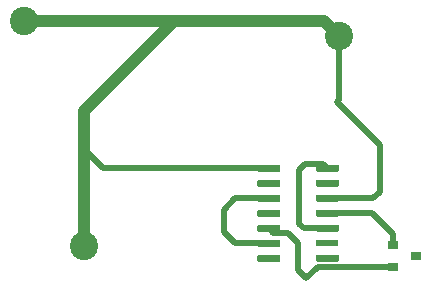
<source format=gbr>
G04 #@! TF.GenerationSoftware,KiCad,Pcbnew,(5.1.4)-1*
G04 #@! TF.CreationDate,2023-09-26T08:11:37+03:00*
G04 #@! TF.ProjectId,testBoard,74657374-426f-4617-9264-2e6b69636164,rev?*
G04 #@! TF.SameCoordinates,Original*
G04 #@! TF.FileFunction,Copper,L1,Top*
G04 #@! TF.FilePolarity,Positive*
%FSLAX46Y46*%
G04 Gerber Fmt 4.6, Leading zero omitted, Abs format (unit mm)*
G04 Created by KiCad (PCBNEW (5.1.4)-1) date 2023-09-26 08:11:37*
%MOMM*%
%LPD*%
G04 APERTURE LIST*
%ADD10R,0.900000X0.800000*%
%ADD11C,0.100000*%
%ADD12C,0.600000*%
%ADD13R,1.950000X0.600000*%
%ADD14C,2.400000*%
%ADD15C,1.000000*%
%ADD16C,0.500000*%
G04 APERTURE END LIST*
D10*
X120800000Y-107500000D03*
X118800000Y-108450000D03*
X118800000Y-106550000D03*
D11*
G36*
X114114703Y-99790722D02*
G01*
X114129264Y-99792882D01*
X114143543Y-99796459D01*
X114157403Y-99801418D01*
X114170710Y-99807712D01*
X114183336Y-99815280D01*
X114195159Y-99824048D01*
X114206066Y-99833934D01*
X114215952Y-99844841D01*
X114224720Y-99856664D01*
X114232288Y-99869290D01*
X114238582Y-99882597D01*
X114243541Y-99896457D01*
X114247118Y-99910736D01*
X114249278Y-99925297D01*
X114250000Y-99940000D01*
X114250000Y-100240000D01*
X114249278Y-100254703D01*
X114247118Y-100269264D01*
X114243541Y-100283543D01*
X114238582Y-100297403D01*
X114232288Y-100310710D01*
X114224720Y-100323336D01*
X114215952Y-100335159D01*
X114206066Y-100346066D01*
X114195159Y-100355952D01*
X114183336Y-100364720D01*
X114170710Y-100372288D01*
X114157403Y-100378582D01*
X114143543Y-100383541D01*
X114129264Y-100387118D01*
X114114703Y-100389278D01*
X114100000Y-100390000D01*
X112450000Y-100390000D01*
X112435297Y-100389278D01*
X112420736Y-100387118D01*
X112406457Y-100383541D01*
X112392597Y-100378582D01*
X112379290Y-100372288D01*
X112366664Y-100364720D01*
X112354841Y-100355952D01*
X112343934Y-100346066D01*
X112334048Y-100335159D01*
X112325280Y-100323336D01*
X112317712Y-100310710D01*
X112311418Y-100297403D01*
X112306459Y-100283543D01*
X112302882Y-100269264D01*
X112300722Y-100254703D01*
X112300000Y-100240000D01*
X112300000Y-99940000D01*
X112300722Y-99925297D01*
X112302882Y-99910736D01*
X112306459Y-99896457D01*
X112311418Y-99882597D01*
X112317712Y-99869290D01*
X112325280Y-99856664D01*
X112334048Y-99844841D01*
X112343934Y-99833934D01*
X112354841Y-99824048D01*
X112366664Y-99815280D01*
X112379290Y-99807712D01*
X112392597Y-99801418D01*
X112406457Y-99796459D01*
X112420736Y-99792882D01*
X112435297Y-99790722D01*
X112450000Y-99790000D01*
X114100000Y-99790000D01*
X114114703Y-99790722D01*
X114114703Y-99790722D01*
G37*
D12*
X113275000Y-100090000D03*
D11*
G36*
X114114703Y-101060722D02*
G01*
X114129264Y-101062882D01*
X114143543Y-101066459D01*
X114157403Y-101071418D01*
X114170710Y-101077712D01*
X114183336Y-101085280D01*
X114195159Y-101094048D01*
X114206066Y-101103934D01*
X114215952Y-101114841D01*
X114224720Y-101126664D01*
X114232288Y-101139290D01*
X114238582Y-101152597D01*
X114243541Y-101166457D01*
X114247118Y-101180736D01*
X114249278Y-101195297D01*
X114250000Y-101210000D01*
X114250000Y-101510000D01*
X114249278Y-101524703D01*
X114247118Y-101539264D01*
X114243541Y-101553543D01*
X114238582Y-101567403D01*
X114232288Y-101580710D01*
X114224720Y-101593336D01*
X114215952Y-101605159D01*
X114206066Y-101616066D01*
X114195159Y-101625952D01*
X114183336Y-101634720D01*
X114170710Y-101642288D01*
X114157403Y-101648582D01*
X114143543Y-101653541D01*
X114129264Y-101657118D01*
X114114703Y-101659278D01*
X114100000Y-101660000D01*
X112450000Y-101660000D01*
X112435297Y-101659278D01*
X112420736Y-101657118D01*
X112406457Y-101653541D01*
X112392597Y-101648582D01*
X112379290Y-101642288D01*
X112366664Y-101634720D01*
X112354841Y-101625952D01*
X112343934Y-101616066D01*
X112334048Y-101605159D01*
X112325280Y-101593336D01*
X112317712Y-101580710D01*
X112311418Y-101567403D01*
X112306459Y-101553543D01*
X112302882Y-101539264D01*
X112300722Y-101524703D01*
X112300000Y-101510000D01*
X112300000Y-101210000D01*
X112300722Y-101195297D01*
X112302882Y-101180736D01*
X112306459Y-101166457D01*
X112311418Y-101152597D01*
X112317712Y-101139290D01*
X112325280Y-101126664D01*
X112334048Y-101114841D01*
X112343934Y-101103934D01*
X112354841Y-101094048D01*
X112366664Y-101085280D01*
X112379290Y-101077712D01*
X112392597Y-101071418D01*
X112406457Y-101066459D01*
X112420736Y-101062882D01*
X112435297Y-101060722D01*
X112450000Y-101060000D01*
X114100000Y-101060000D01*
X114114703Y-101060722D01*
X114114703Y-101060722D01*
G37*
D12*
X113275000Y-101360000D03*
D11*
G36*
X114114703Y-102330722D02*
G01*
X114129264Y-102332882D01*
X114143543Y-102336459D01*
X114157403Y-102341418D01*
X114170710Y-102347712D01*
X114183336Y-102355280D01*
X114195159Y-102364048D01*
X114206066Y-102373934D01*
X114215952Y-102384841D01*
X114224720Y-102396664D01*
X114232288Y-102409290D01*
X114238582Y-102422597D01*
X114243541Y-102436457D01*
X114247118Y-102450736D01*
X114249278Y-102465297D01*
X114250000Y-102480000D01*
X114250000Y-102780000D01*
X114249278Y-102794703D01*
X114247118Y-102809264D01*
X114243541Y-102823543D01*
X114238582Y-102837403D01*
X114232288Y-102850710D01*
X114224720Y-102863336D01*
X114215952Y-102875159D01*
X114206066Y-102886066D01*
X114195159Y-102895952D01*
X114183336Y-102904720D01*
X114170710Y-102912288D01*
X114157403Y-102918582D01*
X114143543Y-102923541D01*
X114129264Y-102927118D01*
X114114703Y-102929278D01*
X114100000Y-102930000D01*
X112450000Y-102930000D01*
X112435297Y-102929278D01*
X112420736Y-102927118D01*
X112406457Y-102923541D01*
X112392597Y-102918582D01*
X112379290Y-102912288D01*
X112366664Y-102904720D01*
X112354841Y-102895952D01*
X112343934Y-102886066D01*
X112334048Y-102875159D01*
X112325280Y-102863336D01*
X112317712Y-102850710D01*
X112311418Y-102837403D01*
X112306459Y-102823543D01*
X112302882Y-102809264D01*
X112300722Y-102794703D01*
X112300000Y-102780000D01*
X112300000Y-102480000D01*
X112300722Y-102465297D01*
X112302882Y-102450736D01*
X112306459Y-102436457D01*
X112311418Y-102422597D01*
X112317712Y-102409290D01*
X112325280Y-102396664D01*
X112334048Y-102384841D01*
X112343934Y-102373934D01*
X112354841Y-102364048D01*
X112366664Y-102355280D01*
X112379290Y-102347712D01*
X112392597Y-102341418D01*
X112406457Y-102336459D01*
X112420736Y-102332882D01*
X112435297Y-102330722D01*
X112450000Y-102330000D01*
X114100000Y-102330000D01*
X114114703Y-102330722D01*
X114114703Y-102330722D01*
G37*
D12*
X113275000Y-102630000D03*
D11*
G36*
X114114703Y-103600722D02*
G01*
X114129264Y-103602882D01*
X114143543Y-103606459D01*
X114157403Y-103611418D01*
X114170710Y-103617712D01*
X114183336Y-103625280D01*
X114195159Y-103634048D01*
X114206066Y-103643934D01*
X114215952Y-103654841D01*
X114224720Y-103666664D01*
X114232288Y-103679290D01*
X114238582Y-103692597D01*
X114243541Y-103706457D01*
X114247118Y-103720736D01*
X114249278Y-103735297D01*
X114250000Y-103750000D01*
X114250000Y-104050000D01*
X114249278Y-104064703D01*
X114247118Y-104079264D01*
X114243541Y-104093543D01*
X114238582Y-104107403D01*
X114232288Y-104120710D01*
X114224720Y-104133336D01*
X114215952Y-104145159D01*
X114206066Y-104156066D01*
X114195159Y-104165952D01*
X114183336Y-104174720D01*
X114170710Y-104182288D01*
X114157403Y-104188582D01*
X114143543Y-104193541D01*
X114129264Y-104197118D01*
X114114703Y-104199278D01*
X114100000Y-104200000D01*
X112450000Y-104200000D01*
X112435297Y-104199278D01*
X112420736Y-104197118D01*
X112406457Y-104193541D01*
X112392597Y-104188582D01*
X112379290Y-104182288D01*
X112366664Y-104174720D01*
X112354841Y-104165952D01*
X112343934Y-104156066D01*
X112334048Y-104145159D01*
X112325280Y-104133336D01*
X112317712Y-104120710D01*
X112311418Y-104107403D01*
X112306459Y-104093543D01*
X112302882Y-104079264D01*
X112300722Y-104064703D01*
X112300000Y-104050000D01*
X112300000Y-103750000D01*
X112300722Y-103735297D01*
X112302882Y-103720736D01*
X112306459Y-103706457D01*
X112311418Y-103692597D01*
X112317712Y-103679290D01*
X112325280Y-103666664D01*
X112334048Y-103654841D01*
X112343934Y-103643934D01*
X112354841Y-103634048D01*
X112366664Y-103625280D01*
X112379290Y-103617712D01*
X112392597Y-103611418D01*
X112406457Y-103606459D01*
X112420736Y-103602882D01*
X112435297Y-103600722D01*
X112450000Y-103600000D01*
X114100000Y-103600000D01*
X114114703Y-103600722D01*
X114114703Y-103600722D01*
G37*
D12*
X113275000Y-103900000D03*
D11*
G36*
X114114703Y-104870722D02*
G01*
X114129264Y-104872882D01*
X114143543Y-104876459D01*
X114157403Y-104881418D01*
X114170710Y-104887712D01*
X114183336Y-104895280D01*
X114195159Y-104904048D01*
X114206066Y-104913934D01*
X114215952Y-104924841D01*
X114224720Y-104936664D01*
X114232288Y-104949290D01*
X114238582Y-104962597D01*
X114243541Y-104976457D01*
X114247118Y-104990736D01*
X114249278Y-105005297D01*
X114250000Y-105020000D01*
X114250000Y-105320000D01*
X114249278Y-105334703D01*
X114247118Y-105349264D01*
X114243541Y-105363543D01*
X114238582Y-105377403D01*
X114232288Y-105390710D01*
X114224720Y-105403336D01*
X114215952Y-105415159D01*
X114206066Y-105426066D01*
X114195159Y-105435952D01*
X114183336Y-105444720D01*
X114170710Y-105452288D01*
X114157403Y-105458582D01*
X114143543Y-105463541D01*
X114129264Y-105467118D01*
X114114703Y-105469278D01*
X114100000Y-105470000D01*
X112450000Y-105470000D01*
X112435297Y-105469278D01*
X112420736Y-105467118D01*
X112406457Y-105463541D01*
X112392597Y-105458582D01*
X112379290Y-105452288D01*
X112366664Y-105444720D01*
X112354841Y-105435952D01*
X112343934Y-105426066D01*
X112334048Y-105415159D01*
X112325280Y-105403336D01*
X112317712Y-105390710D01*
X112311418Y-105377403D01*
X112306459Y-105363543D01*
X112302882Y-105349264D01*
X112300722Y-105334703D01*
X112300000Y-105320000D01*
X112300000Y-105020000D01*
X112300722Y-105005297D01*
X112302882Y-104990736D01*
X112306459Y-104976457D01*
X112311418Y-104962597D01*
X112317712Y-104949290D01*
X112325280Y-104936664D01*
X112334048Y-104924841D01*
X112343934Y-104913934D01*
X112354841Y-104904048D01*
X112366664Y-104895280D01*
X112379290Y-104887712D01*
X112392597Y-104881418D01*
X112406457Y-104876459D01*
X112420736Y-104872882D01*
X112435297Y-104870722D01*
X112450000Y-104870000D01*
X114100000Y-104870000D01*
X114114703Y-104870722D01*
X114114703Y-104870722D01*
G37*
D12*
X113275000Y-105170000D03*
D13*
X113275000Y-106440000D03*
D11*
G36*
X114114703Y-107410722D02*
G01*
X114129264Y-107412882D01*
X114143543Y-107416459D01*
X114157403Y-107421418D01*
X114170710Y-107427712D01*
X114183336Y-107435280D01*
X114195159Y-107444048D01*
X114206066Y-107453934D01*
X114215952Y-107464841D01*
X114224720Y-107476664D01*
X114232288Y-107489290D01*
X114238582Y-107502597D01*
X114243541Y-107516457D01*
X114247118Y-107530736D01*
X114249278Y-107545297D01*
X114250000Y-107560000D01*
X114250000Y-107860000D01*
X114249278Y-107874703D01*
X114247118Y-107889264D01*
X114243541Y-107903543D01*
X114238582Y-107917403D01*
X114232288Y-107930710D01*
X114224720Y-107943336D01*
X114215952Y-107955159D01*
X114206066Y-107966066D01*
X114195159Y-107975952D01*
X114183336Y-107984720D01*
X114170710Y-107992288D01*
X114157403Y-107998582D01*
X114143543Y-108003541D01*
X114129264Y-108007118D01*
X114114703Y-108009278D01*
X114100000Y-108010000D01*
X112450000Y-108010000D01*
X112435297Y-108009278D01*
X112420736Y-108007118D01*
X112406457Y-108003541D01*
X112392597Y-107998582D01*
X112379290Y-107992288D01*
X112366664Y-107984720D01*
X112354841Y-107975952D01*
X112343934Y-107966066D01*
X112334048Y-107955159D01*
X112325280Y-107943336D01*
X112317712Y-107930710D01*
X112311418Y-107917403D01*
X112306459Y-107903543D01*
X112302882Y-107889264D01*
X112300722Y-107874703D01*
X112300000Y-107860000D01*
X112300000Y-107560000D01*
X112300722Y-107545297D01*
X112302882Y-107530736D01*
X112306459Y-107516457D01*
X112311418Y-107502597D01*
X112317712Y-107489290D01*
X112325280Y-107476664D01*
X112334048Y-107464841D01*
X112343934Y-107453934D01*
X112354841Y-107444048D01*
X112366664Y-107435280D01*
X112379290Y-107427712D01*
X112392597Y-107421418D01*
X112406457Y-107416459D01*
X112420736Y-107412882D01*
X112435297Y-107410722D01*
X112450000Y-107410000D01*
X114100000Y-107410000D01*
X114114703Y-107410722D01*
X114114703Y-107410722D01*
G37*
D12*
X113275000Y-107710000D03*
D11*
G36*
X109164703Y-107410722D02*
G01*
X109179264Y-107412882D01*
X109193543Y-107416459D01*
X109207403Y-107421418D01*
X109220710Y-107427712D01*
X109233336Y-107435280D01*
X109245159Y-107444048D01*
X109256066Y-107453934D01*
X109265952Y-107464841D01*
X109274720Y-107476664D01*
X109282288Y-107489290D01*
X109288582Y-107502597D01*
X109293541Y-107516457D01*
X109297118Y-107530736D01*
X109299278Y-107545297D01*
X109300000Y-107560000D01*
X109300000Y-107860000D01*
X109299278Y-107874703D01*
X109297118Y-107889264D01*
X109293541Y-107903543D01*
X109288582Y-107917403D01*
X109282288Y-107930710D01*
X109274720Y-107943336D01*
X109265952Y-107955159D01*
X109256066Y-107966066D01*
X109245159Y-107975952D01*
X109233336Y-107984720D01*
X109220710Y-107992288D01*
X109207403Y-107998582D01*
X109193543Y-108003541D01*
X109179264Y-108007118D01*
X109164703Y-108009278D01*
X109150000Y-108010000D01*
X107500000Y-108010000D01*
X107485297Y-108009278D01*
X107470736Y-108007118D01*
X107456457Y-108003541D01*
X107442597Y-107998582D01*
X107429290Y-107992288D01*
X107416664Y-107984720D01*
X107404841Y-107975952D01*
X107393934Y-107966066D01*
X107384048Y-107955159D01*
X107375280Y-107943336D01*
X107367712Y-107930710D01*
X107361418Y-107917403D01*
X107356459Y-107903543D01*
X107352882Y-107889264D01*
X107350722Y-107874703D01*
X107350000Y-107860000D01*
X107350000Y-107560000D01*
X107350722Y-107545297D01*
X107352882Y-107530736D01*
X107356459Y-107516457D01*
X107361418Y-107502597D01*
X107367712Y-107489290D01*
X107375280Y-107476664D01*
X107384048Y-107464841D01*
X107393934Y-107453934D01*
X107404841Y-107444048D01*
X107416664Y-107435280D01*
X107429290Y-107427712D01*
X107442597Y-107421418D01*
X107456457Y-107416459D01*
X107470736Y-107412882D01*
X107485297Y-107410722D01*
X107500000Y-107410000D01*
X109150000Y-107410000D01*
X109164703Y-107410722D01*
X109164703Y-107410722D01*
G37*
D12*
X108325000Y-107710000D03*
D11*
G36*
X109164703Y-106140722D02*
G01*
X109179264Y-106142882D01*
X109193543Y-106146459D01*
X109207403Y-106151418D01*
X109220710Y-106157712D01*
X109233336Y-106165280D01*
X109245159Y-106174048D01*
X109256066Y-106183934D01*
X109265952Y-106194841D01*
X109274720Y-106206664D01*
X109282288Y-106219290D01*
X109288582Y-106232597D01*
X109293541Y-106246457D01*
X109297118Y-106260736D01*
X109299278Y-106275297D01*
X109300000Y-106290000D01*
X109300000Y-106590000D01*
X109299278Y-106604703D01*
X109297118Y-106619264D01*
X109293541Y-106633543D01*
X109288582Y-106647403D01*
X109282288Y-106660710D01*
X109274720Y-106673336D01*
X109265952Y-106685159D01*
X109256066Y-106696066D01*
X109245159Y-106705952D01*
X109233336Y-106714720D01*
X109220710Y-106722288D01*
X109207403Y-106728582D01*
X109193543Y-106733541D01*
X109179264Y-106737118D01*
X109164703Y-106739278D01*
X109150000Y-106740000D01*
X107500000Y-106740000D01*
X107485297Y-106739278D01*
X107470736Y-106737118D01*
X107456457Y-106733541D01*
X107442597Y-106728582D01*
X107429290Y-106722288D01*
X107416664Y-106714720D01*
X107404841Y-106705952D01*
X107393934Y-106696066D01*
X107384048Y-106685159D01*
X107375280Y-106673336D01*
X107367712Y-106660710D01*
X107361418Y-106647403D01*
X107356459Y-106633543D01*
X107352882Y-106619264D01*
X107350722Y-106604703D01*
X107350000Y-106590000D01*
X107350000Y-106290000D01*
X107350722Y-106275297D01*
X107352882Y-106260736D01*
X107356459Y-106246457D01*
X107361418Y-106232597D01*
X107367712Y-106219290D01*
X107375280Y-106206664D01*
X107384048Y-106194841D01*
X107393934Y-106183934D01*
X107404841Y-106174048D01*
X107416664Y-106165280D01*
X107429290Y-106157712D01*
X107442597Y-106151418D01*
X107456457Y-106146459D01*
X107470736Y-106142882D01*
X107485297Y-106140722D01*
X107500000Y-106140000D01*
X109150000Y-106140000D01*
X109164703Y-106140722D01*
X109164703Y-106140722D01*
G37*
D12*
X108325000Y-106440000D03*
D11*
G36*
X109164703Y-104870722D02*
G01*
X109179264Y-104872882D01*
X109193543Y-104876459D01*
X109207403Y-104881418D01*
X109220710Y-104887712D01*
X109233336Y-104895280D01*
X109245159Y-104904048D01*
X109256066Y-104913934D01*
X109265952Y-104924841D01*
X109274720Y-104936664D01*
X109282288Y-104949290D01*
X109288582Y-104962597D01*
X109293541Y-104976457D01*
X109297118Y-104990736D01*
X109299278Y-105005297D01*
X109300000Y-105020000D01*
X109300000Y-105320000D01*
X109299278Y-105334703D01*
X109297118Y-105349264D01*
X109293541Y-105363543D01*
X109288582Y-105377403D01*
X109282288Y-105390710D01*
X109274720Y-105403336D01*
X109265952Y-105415159D01*
X109256066Y-105426066D01*
X109245159Y-105435952D01*
X109233336Y-105444720D01*
X109220710Y-105452288D01*
X109207403Y-105458582D01*
X109193543Y-105463541D01*
X109179264Y-105467118D01*
X109164703Y-105469278D01*
X109150000Y-105470000D01*
X107500000Y-105470000D01*
X107485297Y-105469278D01*
X107470736Y-105467118D01*
X107456457Y-105463541D01*
X107442597Y-105458582D01*
X107429290Y-105452288D01*
X107416664Y-105444720D01*
X107404841Y-105435952D01*
X107393934Y-105426066D01*
X107384048Y-105415159D01*
X107375280Y-105403336D01*
X107367712Y-105390710D01*
X107361418Y-105377403D01*
X107356459Y-105363543D01*
X107352882Y-105349264D01*
X107350722Y-105334703D01*
X107350000Y-105320000D01*
X107350000Y-105020000D01*
X107350722Y-105005297D01*
X107352882Y-104990736D01*
X107356459Y-104976457D01*
X107361418Y-104962597D01*
X107367712Y-104949290D01*
X107375280Y-104936664D01*
X107384048Y-104924841D01*
X107393934Y-104913934D01*
X107404841Y-104904048D01*
X107416664Y-104895280D01*
X107429290Y-104887712D01*
X107442597Y-104881418D01*
X107456457Y-104876459D01*
X107470736Y-104872882D01*
X107485297Y-104870722D01*
X107500000Y-104870000D01*
X109150000Y-104870000D01*
X109164703Y-104870722D01*
X109164703Y-104870722D01*
G37*
D12*
X108325000Y-105170000D03*
D11*
G36*
X109164703Y-103600722D02*
G01*
X109179264Y-103602882D01*
X109193543Y-103606459D01*
X109207403Y-103611418D01*
X109220710Y-103617712D01*
X109233336Y-103625280D01*
X109245159Y-103634048D01*
X109256066Y-103643934D01*
X109265952Y-103654841D01*
X109274720Y-103666664D01*
X109282288Y-103679290D01*
X109288582Y-103692597D01*
X109293541Y-103706457D01*
X109297118Y-103720736D01*
X109299278Y-103735297D01*
X109300000Y-103750000D01*
X109300000Y-104050000D01*
X109299278Y-104064703D01*
X109297118Y-104079264D01*
X109293541Y-104093543D01*
X109288582Y-104107403D01*
X109282288Y-104120710D01*
X109274720Y-104133336D01*
X109265952Y-104145159D01*
X109256066Y-104156066D01*
X109245159Y-104165952D01*
X109233336Y-104174720D01*
X109220710Y-104182288D01*
X109207403Y-104188582D01*
X109193543Y-104193541D01*
X109179264Y-104197118D01*
X109164703Y-104199278D01*
X109150000Y-104200000D01*
X107500000Y-104200000D01*
X107485297Y-104199278D01*
X107470736Y-104197118D01*
X107456457Y-104193541D01*
X107442597Y-104188582D01*
X107429290Y-104182288D01*
X107416664Y-104174720D01*
X107404841Y-104165952D01*
X107393934Y-104156066D01*
X107384048Y-104145159D01*
X107375280Y-104133336D01*
X107367712Y-104120710D01*
X107361418Y-104107403D01*
X107356459Y-104093543D01*
X107352882Y-104079264D01*
X107350722Y-104064703D01*
X107350000Y-104050000D01*
X107350000Y-103750000D01*
X107350722Y-103735297D01*
X107352882Y-103720736D01*
X107356459Y-103706457D01*
X107361418Y-103692597D01*
X107367712Y-103679290D01*
X107375280Y-103666664D01*
X107384048Y-103654841D01*
X107393934Y-103643934D01*
X107404841Y-103634048D01*
X107416664Y-103625280D01*
X107429290Y-103617712D01*
X107442597Y-103611418D01*
X107456457Y-103606459D01*
X107470736Y-103602882D01*
X107485297Y-103600722D01*
X107500000Y-103600000D01*
X109150000Y-103600000D01*
X109164703Y-103600722D01*
X109164703Y-103600722D01*
G37*
D12*
X108325000Y-103900000D03*
D11*
G36*
X109164703Y-102330722D02*
G01*
X109179264Y-102332882D01*
X109193543Y-102336459D01*
X109207403Y-102341418D01*
X109220710Y-102347712D01*
X109233336Y-102355280D01*
X109245159Y-102364048D01*
X109256066Y-102373934D01*
X109265952Y-102384841D01*
X109274720Y-102396664D01*
X109282288Y-102409290D01*
X109288582Y-102422597D01*
X109293541Y-102436457D01*
X109297118Y-102450736D01*
X109299278Y-102465297D01*
X109300000Y-102480000D01*
X109300000Y-102780000D01*
X109299278Y-102794703D01*
X109297118Y-102809264D01*
X109293541Y-102823543D01*
X109288582Y-102837403D01*
X109282288Y-102850710D01*
X109274720Y-102863336D01*
X109265952Y-102875159D01*
X109256066Y-102886066D01*
X109245159Y-102895952D01*
X109233336Y-102904720D01*
X109220710Y-102912288D01*
X109207403Y-102918582D01*
X109193543Y-102923541D01*
X109179264Y-102927118D01*
X109164703Y-102929278D01*
X109150000Y-102930000D01*
X107500000Y-102930000D01*
X107485297Y-102929278D01*
X107470736Y-102927118D01*
X107456457Y-102923541D01*
X107442597Y-102918582D01*
X107429290Y-102912288D01*
X107416664Y-102904720D01*
X107404841Y-102895952D01*
X107393934Y-102886066D01*
X107384048Y-102875159D01*
X107375280Y-102863336D01*
X107367712Y-102850710D01*
X107361418Y-102837403D01*
X107356459Y-102823543D01*
X107352882Y-102809264D01*
X107350722Y-102794703D01*
X107350000Y-102780000D01*
X107350000Y-102480000D01*
X107350722Y-102465297D01*
X107352882Y-102450736D01*
X107356459Y-102436457D01*
X107361418Y-102422597D01*
X107367712Y-102409290D01*
X107375280Y-102396664D01*
X107384048Y-102384841D01*
X107393934Y-102373934D01*
X107404841Y-102364048D01*
X107416664Y-102355280D01*
X107429290Y-102347712D01*
X107442597Y-102341418D01*
X107456457Y-102336459D01*
X107470736Y-102332882D01*
X107485297Y-102330722D01*
X107500000Y-102330000D01*
X109150000Y-102330000D01*
X109164703Y-102330722D01*
X109164703Y-102330722D01*
G37*
D12*
X108325000Y-102630000D03*
D11*
G36*
X109164703Y-101060722D02*
G01*
X109179264Y-101062882D01*
X109193543Y-101066459D01*
X109207403Y-101071418D01*
X109220710Y-101077712D01*
X109233336Y-101085280D01*
X109245159Y-101094048D01*
X109256066Y-101103934D01*
X109265952Y-101114841D01*
X109274720Y-101126664D01*
X109282288Y-101139290D01*
X109288582Y-101152597D01*
X109293541Y-101166457D01*
X109297118Y-101180736D01*
X109299278Y-101195297D01*
X109300000Y-101210000D01*
X109300000Y-101510000D01*
X109299278Y-101524703D01*
X109297118Y-101539264D01*
X109293541Y-101553543D01*
X109288582Y-101567403D01*
X109282288Y-101580710D01*
X109274720Y-101593336D01*
X109265952Y-101605159D01*
X109256066Y-101616066D01*
X109245159Y-101625952D01*
X109233336Y-101634720D01*
X109220710Y-101642288D01*
X109207403Y-101648582D01*
X109193543Y-101653541D01*
X109179264Y-101657118D01*
X109164703Y-101659278D01*
X109150000Y-101660000D01*
X107500000Y-101660000D01*
X107485297Y-101659278D01*
X107470736Y-101657118D01*
X107456457Y-101653541D01*
X107442597Y-101648582D01*
X107429290Y-101642288D01*
X107416664Y-101634720D01*
X107404841Y-101625952D01*
X107393934Y-101616066D01*
X107384048Y-101605159D01*
X107375280Y-101593336D01*
X107367712Y-101580710D01*
X107361418Y-101567403D01*
X107356459Y-101553543D01*
X107352882Y-101539264D01*
X107350722Y-101524703D01*
X107350000Y-101510000D01*
X107350000Y-101210000D01*
X107350722Y-101195297D01*
X107352882Y-101180736D01*
X107356459Y-101166457D01*
X107361418Y-101152597D01*
X107367712Y-101139290D01*
X107375280Y-101126664D01*
X107384048Y-101114841D01*
X107393934Y-101103934D01*
X107404841Y-101094048D01*
X107416664Y-101085280D01*
X107429290Y-101077712D01*
X107442597Y-101071418D01*
X107456457Y-101066459D01*
X107470736Y-101062882D01*
X107485297Y-101060722D01*
X107500000Y-101060000D01*
X109150000Y-101060000D01*
X109164703Y-101060722D01*
X109164703Y-101060722D01*
G37*
D12*
X108325000Y-101360000D03*
D11*
G36*
X109164703Y-99790722D02*
G01*
X109179264Y-99792882D01*
X109193543Y-99796459D01*
X109207403Y-99801418D01*
X109220710Y-99807712D01*
X109233336Y-99815280D01*
X109245159Y-99824048D01*
X109256066Y-99833934D01*
X109265952Y-99844841D01*
X109274720Y-99856664D01*
X109282288Y-99869290D01*
X109288582Y-99882597D01*
X109293541Y-99896457D01*
X109297118Y-99910736D01*
X109299278Y-99925297D01*
X109300000Y-99940000D01*
X109300000Y-100240000D01*
X109299278Y-100254703D01*
X109297118Y-100269264D01*
X109293541Y-100283543D01*
X109288582Y-100297403D01*
X109282288Y-100310710D01*
X109274720Y-100323336D01*
X109265952Y-100335159D01*
X109256066Y-100346066D01*
X109245159Y-100355952D01*
X109233336Y-100364720D01*
X109220710Y-100372288D01*
X109207403Y-100378582D01*
X109193543Y-100383541D01*
X109179264Y-100387118D01*
X109164703Y-100389278D01*
X109150000Y-100390000D01*
X107500000Y-100390000D01*
X107485297Y-100389278D01*
X107470736Y-100387118D01*
X107456457Y-100383541D01*
X107442597Y-100378582D01*
X107429290Y-100372288D01*
X107416664Y-100364720D01*
X107404841Y-100355952D01*
X107393934Y-100346066D01*
X107384048Y-100335159D01*
X107375280Y-100323336D01*
X107367712Y-100310710D01*
X107361418Y-100297403D01*
X107356459Y-100283543D01*
X107352882Y-100269264D01*
X107350722Y-100254703D01*
X107350000Y-100240000D01*
X107350000Y-99940000D01*
X107350722Y-99925297D01*
X107352882Y-99910736D01*
X107356459Y-99896457D01*
X107361418Y-99882597D01*
X107367712Y-99869290D01*
X107375280Y-99856664D01*
X107384048Y-99844841D01*
X107393934Y-99833934D01*
X107404841Y-99824048D01*
X107416664Y-99815280D01*
X107429290Y-99807712D01*
X107442597Y-99801418D01*
X107456457Y-99796459D01*
X107470736Y-99792882D01*
X107485297Y-99790722D01*
X107500000Y-99790000D01*
X109150000Y-99790000D01*
X109164703Y-99790722D01*
X109164703Y-99790722D01*
G37*
D12*
X108325000Y-100090000D03*
D14*
X92710000Y-106680000D03*
X114300000Y-88900000D03*
X87630000Y-87630000D03*
D15*
X113030000Y-87630000D02*
X114300000Y-88900000D01*
X92710000Y-95250000D02*
X100330000Y-87630000D01*
X87630000Y-87630000D02*
X100330000Y-87630000D01*
X100330000Y-87630000D02*
X113030000Y-87630000D01*
D16*
X94310000Y-100090000D02*
X92710000Y-98490000D01*
X108325000Y-100090000D02*
X94310000Y-100090000D01*
D15*
X92710000Y-106680000D02*
X92710000Y-98490000D01*
X92710000Y-98490000D02*
X92710000Y-95250000D01*
D16*
X113275000Y-102630000D02*
X117170000Y-102630000D01*
X117170000Y-102630000D02*
X117700000Y-102100000D01*
X117700000Y-102100000D02*
X117700000Y-98100000D01*
X117700000Y-98100000D02*
X114100000Y-94500000D01*
X114300000Y-94300000D02*
X114300000Y-88900000D01*
X114100000Y-94500000D02*
X114300000Y-94300000D01*
X108325000Y-106440000D02*
X105440000Y-106440000D01*
X105440000Y-106440000D02*
X104500000Y-105500000D01*
X104500000Y-105500000D02*
X104500000Y-103600000D01*
X105470000Y-102630000D02*
X108325000Y-102630000D01*
X104500000Y-103600000D02*
X105470000Y-102630000D01*
X112904290Y-99719290D02*
X111380710Y-99719290D01*
X113275000Y-100090000D02*
X112904290Y-99719290D01*
X111380710Y-99719290D02*
X110900000Y-100200000D01*
X110900000Y-100200000D02*
X110900000Y-104800000D01*
X111270000Y-105170000D02*
X113275000Y-105170000D01*
X110900000Y-104800000D02*
X111270000Y-105170000D01*
X118800000Y-105650000D02*
X118800000Y-106550000D01*
X117050000Y-103900000D02*
X118800000Y-105650000D01*
X113275000Y-103900000D02*
X117050000Y-103900000D01*
X108695710Y-105540710D02*
X109940710Y-105540710D01*
X108325000Y-105170000D02*
X108695710Y-105540710D01*
X109940710Y-105540710D02*
X110800000Y-106400000D01*
X110800000Y-106400000D02*
X110800000Y-108700000D01*
X110800000Y-108700000D02*
X111500000Y-109400000D01*
X112450000Y-108450000D02*
X118800000Y-108450000D01*
X111500000Y-109400000D02*
X112450000Y-108450000D01*
M02*

</source>
